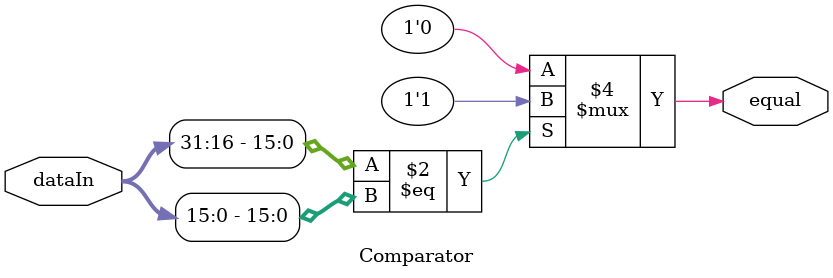
<source format=v>
/*
DESCRIPTION:
Comparator For Branching in the ID stage
Checks if the inputs are equal and sets the "equal" flag */

module Comparator #(
	parameter BIT_WIDTH = 16
)(
	input [2*BIT_WIDTH - 1:0] dataIn,
	output reg equal
);


always @(*) begin
		if(dataIn[2*BIT_WIDTH - 1:BIT_WIDTH] == dataIn[BIT_WIDTH - 1:0])
			equal = 1'b1;
		else
			equal = 1'b0;
	end
endmodule
</source>
